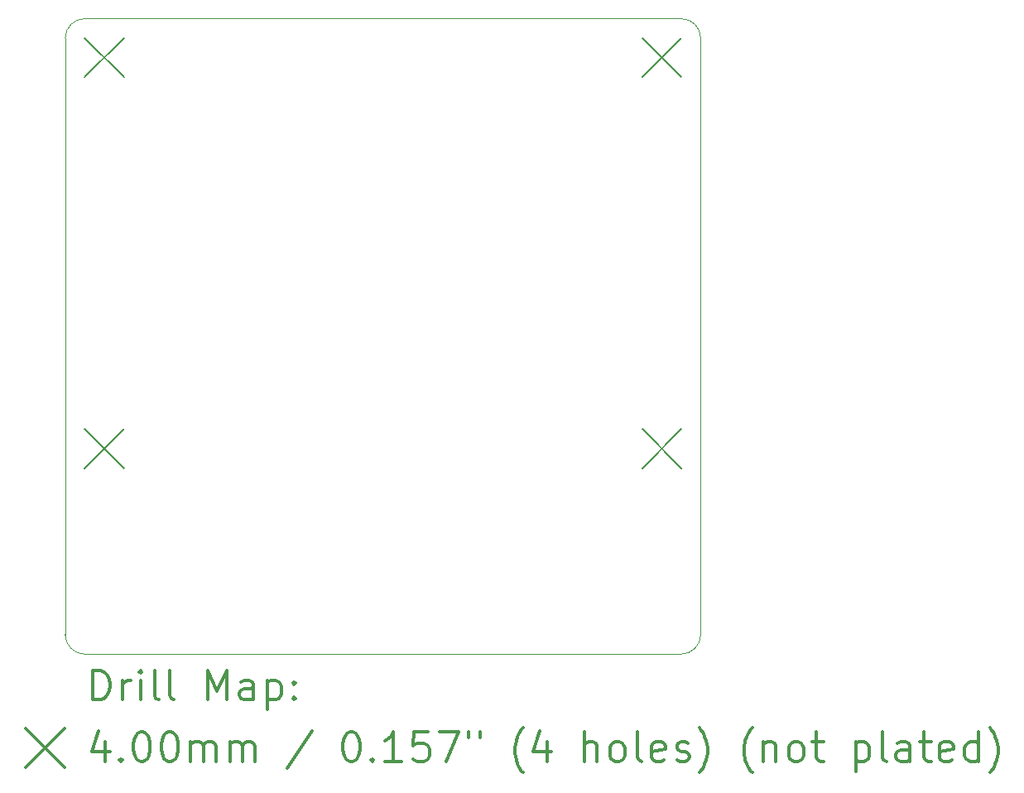
<source format=gbr>
%FSLAX45Y45*%
G04 Gerber Fmt 4.5, Leading zero omitted, Abs format (unit mm)*
G04 Created by KiCad (PCBNEW (5.1.5)-3) date 2022-04-23 22:50:25*
%MOMM*%
%LPD*%
G04 APERTURE LIST*
%TA.AperFunction,Profile*%
%ADD10C,0.050000*%
%TD*%
%ADD11C,0.200000*%
%ADD12C,0.300000*%
G04 APERTURE END LIST*
D10*
X16484000Y-12641000D02*
G75*
G02X16284000Y-12841000I-200000J0D01*
G01*
X10184000Y-12841000D02*
G75*
G02X9984000Y-12641000I0J200000D01*
G01*
X9984000Y-6541000D02*
G75*
G02X10184000Y-6341000I200000J0D01*
G01*
X16284000Y-6341000D02*
G75*
G02X16484000Y-6541000I0J-200000D01*
G01*
X9984000Y-6541000D02*
X9984000Y-12641000D01*
X16284000Y-6341000D02*
X10184000Y-6341000D01*
X16484000Y-12641000D02*
X16484000Y-6541000D01*
X10184000Y-12841000D02*
X16284000Y-12841000D01*
D11*
X10184050Y-6538650D02*
X10584050Y-6938650D01*
X10584050Y-6538650D02*
X10184050Y-6938650D01*
X15886350Y-6538650D02*
X16286350Y-6938650D01*
X16286350Y-6538650D02*
X15886350Y-6938650D01*
X15886350Y-10539150D02*
X16286350Y-10939150D01*
X16286350Y-10539150D02*
X15886350Y-10939150D01*
X10184050Y-10539150D02*
X10584050Y-10939150D01*
X10584050Y-10539150D02*
X10184050Y-10939150D01*
D12*
X10267928Y-13309214D02*
X10267928Y-13009214D01*
X10339357Y-13009214D01*
X10382214Y-13023500D01*
X10410786Y-13052071D01*
X10425071Y-13080643D01*
X10439357Y-13137786D01*
X10439357Y-13180643D01*
X10425071Y-13237786D01*
X10410786Y-13266357D01*
X10382214Y-13294929D01*
X10339357Y-13309214D01*
X10267928Y-13309214D01*
X10567928Y-13309214D02*
X10567928Y-13109214D01*
X10567928Y-13166357D02*
X10582214Y-13137786D01*
X10596500Y-13123500D01*
X10625071Y-13109214D01*
X10653643Y-13109214D01*
X10753643Y-13309214D02*
X10753643Y-13109214D01*
X10753643Y-13009214D02*
X10739357Y-13023500D01*
X10753643Y-13037786D01*
X10767928Y-13023500D01*
X10753643Y-13009214D01*
X10753643Y-13037786D01*
X10939357Y-13309214D02*
X10910786Y-13294929D01*
X10896500Y-13266357D01*
X10896500Y-13009214D01*
X11096500Y-13309214D02*
X11067928Y-13294929D01*
X11053643Y-13266357D01*
X11053643Y-13009214D01*
X11439357Y-13309214D02*
X11439357Y-13009214D01*
X11539357Y-13223500D01*
X11639357Y-13009214D01*
X11639357Y-13309214D01*
X11910786Y-13309214D02*
X11910786Y-13152071D01*
X11896500Y-13123500D01*
X11867928Y-13109214D01*
X11810786Y-13109214D01*
X11782214Y-13123500D01*
X11910786Y-13294929D02*
X11882214Y-13309214D01*
X11810786Y-13309214D01*
X11782214Y-13294929D01*
X11767928Y-13266357D01*
X11767928Y-13237786D01*
X11782214Y-13209214D01*
X11810786Y-13194929D01*
X11882214Y-13194929D01*
X11910786Y-13180643D01*
X12053643Y-13109214D02*
X12053643Y-13409214D01*
X12053643Y-13123500D02*
X12082214Y-13109214D01*
X12139357Y-13109214D01*
X12167928Y-13123500D01*
X12182214Y-13137786D01*
X12196500Y-13166357D01*
X12196500Y-13252071D01*
X12182214Y-13280643D01*
X12167928Y-13294929D01*
X12139357Y-13309214D01*
X12082214Y-13309214D01*
X12053643Y-13294929D01*
X12325071Y-13280643D02*
X12339357Y-13294929D01*
X12325071Y-13309214D01*
X12310786Y-13294929D01*
X12325071Y-13280643D01*
X12325071Y-13309214D01*
X12325071Y-13123500D02*
X12339357Y-13137786D01*
X12325071Y-13152071D01*
X12310786Y-13137786D01*
X12325071Y-13123500D01*
X12325071Y-13152071D01*
X9581500Y-13603500D02*
X9981500Y-14003500D01*
X9981500Y-13603500D02*
X9581500Y-14003500D01*
X10396500Y-13739214D02*
X10396500Y-13939214D01*
X10325071Y-13624929D02*
X10253643Y-13839214D01*
X10439357Y-13839214D01*
X10553643Y-13910643D02*
X10567928Y-13924929D01*
X10553643Y-13939214D01*
X10539357Y-13924929D01*
X10553643Y-13910643D01*
X10553643Y-13939214D01*
X10753643Y-13639214D02*
X10782214Y-13639214D01*
X10810786Y-13653500D01*
X10825071Y-13667786D01*
X10839357Y-13696357D01*
X10853643Y-13753500D01*
X10853643Y-13824929D01*
X10839357Y-13882071D01*
X10825071Y-13910643D01*
X10810786Y-13924929D01*
X10782214Y-13939214D01*
X10753643Y-13939214D01*
X10725071Y-13924929D01*
X10710786Y-13910643D01*
X10696500Y-13882071D01*
X10682214Y-13824929D01*
X10682214Y-13753500D01*
X10696500Y-13696357D01*
X10710786Y-13667786D01*
X10725071Y-13653500D01*
X10753643Y-13639214D01*
X11039357Y-13639214D02*
X11067928Y-13639214D01*
X11096500Y-13653500D01*
X11110786Y-13667786D01*
X11125071Y-13696357D01*
X11139357Y-13753500D01*
X11139357Y-13824929D01*
X11125071Y-13882071D01*
X11110786Y-13910643D01*
X11096500Y-13924929D01*
X11067928Y-13939214D01*
X11039357Y-13939214D01*
X11010786Y-13924929D01*
X10996500Y-13910643D01*
X10982214Y-13882071D01*
X10967928Y-13824929D01*
X10967928Y-13753500D01*
X10982214Y-13696357D01*
X10996500Y-13667786D01*
X11010786Y-13653500D01*
X11039357Y-13639214D01*
X11267928Y-13939214D02*
X11267928Y-13739214D01*
X11267928Y-13767786D02*
X11282214Y-13753500D01*
X11310786Y-13739214D01*
X11353643Y-13739214D01*
X11382214Y-13753500D01*
X11396500Y-13782071D01*
X11396500Y-13939214D01*
X11396500Y-13782071D02*
X11410786Y-13753500D01*
X11439357Y-13739214D01*
X11482214Y-13739214D01*
X11510786Y-13753500D01*
X11525071Y-13782071D01*
X11525071Y-13939214D01*
X11667928Y-13939214D02*
X11667928Y-13739214D01*
X11667928Y-13767786D02*
X11682214Y-13753500D01*
X11710786Y-13739214D01*
X11753643Y-13739214D01*
X11782214Y-13753500D01*
X11796500Y-13782071D01*
X11796500Y-13939214D01*
X11796500Y-13782071D02*
X11810786Y-13753500D01*
X11839357Y-13739214D01*
X11882214Y-13739214D01*
X11910786Y-13753500D01*
X11925071Y-13782071D01*
X11925071Y-13939214D01*
X12510786Y-13624929D02*
X12253643Y-14010643D01*
X12896500Y-13639214D02*
X12925071Y-13639214D01*
X12953643Y-13653500D01*
X12967928Y-13667786D01*
X12982214Y-13696357D01*
X12996500Y-13753500D01*
X12996500Y-13824929D01*
X12982214Y-13882071D01*
X12967928Y-13910643D01*
X12953643Y-13924929D01*
X12925071Y-13939214D01*
X12896500Y-13939214D01*
X12867928Y-13924929D01*
X12853643Y-13910643D01*
X12839357Y-13882071D01*
X12825071Y-13824929D01*
X12825071Y-13753500D01*
X12839357Y-13696357D01*
X12853643Y-13667786D01*
X12867928Y-13653500D01*
X12896500Y-13639214D01*
X13125071Y-13910643D02*
X13139357Y-13924929D01*
X13125071Y-13939214D01*
X13110786Y-13924929D01*
X13125071Y-13910643D01*
X13125071Y-13939214D01*
X13425071Y-13939214D02*
X13253643Y-13939214D01*
X13339357Y-13939214D02*
X13339357Y-13639214D01*
X13310786Y-13682071D01*
X13282214Y-13710643D01*
X13253643Y-13724929D01*
X13696500Y-13639214D02*
X13553643Y-13639214D01*
X13539357Y-13782071D01*
X13553643Y-13767786D01*
X13582214Y-13753500D01*
X13653643Y-13753500D01*
X13682214Y-13767786D01*
X13696500Y-13782071D01*
X13710786Y-13810643D01*
X13710786Y-13882071D01*
X13696500Y-13910643D01*
X13682214Y-13924929D01*
X13653643Y-13939214D01*
X13582214Y-13939214D01*
X13553643Y-13924929D01*
X13539357Y-13910643D01*
X13810786Y-13639214D02*
X14010786Y-13639214D01*
X13882214Y-13939214D01*
X14110786Y-13639214D02*
X14110786Y-13696357D01*
X14225071Y-13639214D02*
X14225071Y-13696357D01*
X14667928Y-14053500D02*
X14653643Y-14039214D01*
X14625071Y-13996357D01*
X14610786Y-13967786D01*
X14596500Y-13924929D01*
X14582214Y-13853500D01*
X14582214Y-13796357D01*
X14596500Y-13724929D01*
X14610786Y-13682071D01*
X14625071Y-13653500D01*
X14653643Y-13610643D01*
X14667928Y-13596357D01*
X14910786Y-13739214D02*
X14910786Y-13939214D01*
X14839357Y-13624929D02*
X14767928Y-13839214D01*
X14953643Y-13839214D01*
X15296500Y-13939214D02*
X15296500Y-13639214D01*
X15425071Y-13939214D02*
X15425071Y-13782071D01*
X15410786Y-13753500D01*
X15382214Y-13739214D01*
X15339357Y-13739214D01*
X15310786Y-13753500D01*
X15296500Y-13767786D01*
X15610786Y-13939214D02*
X15582214Y-13924929D01*
X15567928Y-13910643D01*
X15553643Y-13882071D01*
X15553643Y-13796357D01*
X15567928Y-13767786D01*
X15582214Y-13753500D01*
X15610786Y-13739214D01*
X15653643Y-13739214D01*
X15682214Y-13753500D01*
X15696500Y-13767786D01*
X15710786Y-13796357D01*
X15710786Y-13882071D01*
X15696500Y-13910643D01*
X15682214Y-13924929D01*
X15653643Y-13939214D01*
X15610786Y-13939214D01*
X15882214Y-13939214D02*
X15853643Y-13924929D01*
X15839357Y-13896357D01*
X15839357Y-13639214D01*
X16110786Y-13924929D02*
X16082214Y-13939214D01*
X16025071Y-13939214D01*
X15996500Y-13924929D01*
X15982214Y-13896357D01*
X15982214Y-13782071D01*
X15996500Y-13753500D01*
X16025071Y-13739214D01*
X16082214Y-13739214D01*
X16110786Y-13753500D01*
X16125071Y-13782071D01*
X16125071Y-13810643D01*
X15982214Y-13839214D01*
X16239357Y-13924929D02*
X16267928Y-13939214D01*
X16325071Y-13939214D01*
X16353643Y-13924929D01*
X16367928Y-13896357D01*
X16367928Y-13882071D01*
X16353643Y-13853500D01*
X16325071Y-13839214D01*
X16282214Y-13839214D01*
X16253643Y-13824929D01*
X16239357Y-13796357D01*
X16239357Y-13782071D01*
X16253643Y-13753500D01*
X16282214Y-13739214D01*
X16325071Y-13739214D01*
X16353643Y-13753500D01*
X16467928Y-14053500D02*
X16482214Y-14039214D01*
X16510786Y-13996357D01*
X16525071Y-13967786D01*
X16539357Y-13924929D01*
X16553643Y-13853500D01*
X16553643Y-13796357D01*
X16539357Y-13724929D01*
X16525071Y-13682071D01*
X16510786Y-13653500D01*
X16482214Y-13610643D01*
X16467928Y-13596357D01*
X17010786Y-14053500D02*
X16996500Y-14039214D01*
X16967928Y-13996357D01*
X16953643Y-13967786D01*
X16939357Y-13924929D01*
X16925071Y-13853500D01*
X16925071Y-13796357D01*
X16939357Y-13724929D01*
X16953643Y-13682071D01*
X16967928Y-13653500D01*
X16996500Y-13610643D01*
X17010786Y-13596357D01*
X17125071Y-13739214D02*
X17125071Y-13939214D01*
X17125071Y-13767786D02*
X17139357Y-13753500D01*
X17167928Y-13739214D01*
X17210786Y-13739214D01*
X17239357Y-13753500D01*
X17253643Y-13782071D01*
X17253643Y-13939214D01*
X17439357Y-13939214D02*
X17410786Y-13924929D01*
X17396500Y-13910643D01*
X17382214Y-13882071D01*
X17382214Y-13796357D01*
X17396500Y-13767786D01*
X17410786Y-13753500D01*
X17439357Y-13739214D01*
X17482214Y-13739214D01*
X17510786Y-13753500D01*
X17525071Y-13767786D01*
X17539357Y-13796357D01*
X17539357Y-13882071D01*
X17525071Y-13910643D01*
X17510786Y-13924929D01*
X17482214Y-13939214D01*
X17439357Y-13939214D01*
X17625071Y-13739214D02*
X17739357Y-13739214D01*
X17667928Y-13639214D02*
X17667928Y-13896357D01*
X17682214Y-13924929D01*
X17710786Y-13939214D01*
X17739357Y-13939214D01*
X18067928Y-13739214D02*
X18067928Y-14039214D01*
X18067928Y-13753500D02*
X18096500Y-13739214D01*
X18153643Y-13739214D01*
X18182214Y-13753500D01*
X18196500Y-13767786D01*
X18210786Y-13796357D01*
X18210786Y-13882071D01*
X18196500Y-13910643D01*
X18182214Y-13924929D01*
X18153643Y-13939214D01*
X18096500Y-13939214D01*
X18067928Y-13924929D01*
X18382214Y-13939214D02*
X18353643Y-13924929D01*
X18339357Y-13896357D01*
X18339357Y-13639214D01*
X18625071Y-13939214D02*
X18625071Y-13782071D01*
X18610786Y-13753500D01*
X18582214Y-13739214D01*
X18525071Y-13739214D01*
X18496500Y-13753500D01*
X18625071Y-13924929D02*
X18596500Y-13939214D01*
X18525071Y-13939214D01*
X18496500Y-13924929D01*
X18482214Y-13896357D01*
X18482214Y-13867786D01*
X18496500Y-13839214D01*
X18525071Y-13824929D01*
X18596500Y-13824929D01*
X18625071Y-13810643D01*
X18725071Y-13739214D02*
X18839357Y-13739214D01*
X18767928Y-13639214D02*
X18767928Y-13896357D01*
X18782214Y-13924929D01*
X18810786Y-13939214D01*
X18839357Y-13939214D01*
X19053643Y-13924929D02*
X19025071Y-13939214D01*
X18967928Y-13939214D01*
X18939357Y-13924929D01*
X18925071Y-13896357D01*
X18925071Y-13782071D01*
X18939357Y-13753500D01*
X18967928Y-13739214D01*
X19025071Y-13739214D01*
X19053643Y-13753500D01*
X19067928Y-13782071D01*
X19067928Y-13810643D01*
X18925071Y-13839214D01*
X19325071Y-13939214D02*
X19325071Y-13639214D01*
X19325071Y-13924929D02*
X19296500Y-13939214D01*
X19239357Y-13939214D01*
X19210786Y-13924929D01*
X19196500Y-13910643D01*
X19182214Y-13882071D01*
X19182214Y-13796357D01*
X19196500Y-13767786D01*
X19210786Y-13753500D01*
X19239357Y-13739214D01*
X19296500Y-13739214D01*
X19325071Y-13753500D01*
X19439357Y-14053500D02*
X19453643Y-14039214D01*
X19482214Y-13996357D01*
X19496500Y-13967786D01*
X19510786Y-13924929D01*
X19525071Y-13853500D01*
X19525071Y-13796357D01*
X19510786Y-13724929D01*
X19496500Y-13682071D01*
X19482214Y-13653500D01*
X19453643Y-13610643D01*
X19439357Y-13596357D01*
M02*

</source>
